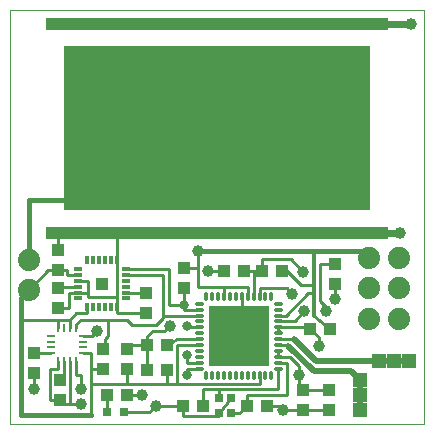
<source format=gtl>
G75*
%MOIN*%
%OFA0B0*%
%FSLAX25Y25*%
%IPPOS*%
%LPD*%
%AMOC8*
5,1,8,0,0,1.08239X$1,22.5*
%
%ADD10C,0.00000*%
%ADD11R,0.20472X0.20472*%
%ADD12C,0.01181*%
%ADD13R,0.04331X0.03937*%
%ADD14R,0.01102X0.02559*%
%ADD15R,0.02559X0.01102*%
%ADD16R,0.03937X0.04331*%
%ADD17R,0.01181X0.03150*%
%ADD18R,0.03150X0.01181*%
%ADD19R,0.03937X0.03937*%
%ADD20C,0.07400*%
%ADD21R,0.05000X0.05000*%
%ADD22R,1.14173X0.03937*%
%ADD23R,1.02362X0.55118*%
%ADD24R,0.03150X0.03150*%
%ADD25R,0.02600X0.03000*%
%ADD26C,0.01600*%
%ADD27C,0.01000*%
%ADD28C,0.01200*%
%ADD29C,0.03962*%
%ADD30C,0.02400*%
%ADD31C,0.02087*%
%ADD32C,0.03175*%
D10*
X0001000Y0006898D02*
X0001000Y0144693D01*
X0138795Y0144693D01*
X0138795Y0006898D01*
X0001000Y0006898D01*
D11*
X0077181Y0036031D03*
D12*
X0076197Y0023631D02*
X0076197Y0023631D01*
X0076197Y0022055D01*
X0076197Y0022055D01*
X0076197Y0023631D01*
X0076197Y0023235D02*
X0076197Y0023235D01*
X0078165Y0023631D02*
X0078165Y0023631D01*
X0078165Y0022055D01*
X0078165Y0022055D01*
X0078165Y0023631D01*
X0078165Y0023235D02*
X0078165Y0023235D01*
X0080134Y0023631D02*
X0080134Y0023631D01*
X0080134Y0022055D01*
X0080134Y0022055D01*
X0080134Y0023631D01*
X0080134Y0023235D02*
X0080134Y0023235D01*
X0082102Y0023631D02*
X0082102Y0023631D01*
X0082102Y0022055D01*
X0082102Y0022055D01*
X0082102Y0023631D01*
X0082102Y0023235D02*
X0082102Y0023235D01*
X0084071Y0023631D02*
X0084071Y0023631D01*
X0084071Y0022055D01*
X0084071Y0022055D01*
X0084071Y0023631D01*
X0084071Y0023235D02*
X0084071Y0023235D01*
X0086039Y0023631D02*
X0086039Y0023631D01*
X0086039Y0022055D01*
X0086039Y0022055D01*
X0086039Y0023631D01*
X0086039Y0023235D02*
X0086039Y0023235D01*
X0088008Y0023631D02*
X0088008Y0023631D01*
X0088008Y0022055D01*
X0088008Y0022055D01*
X0088008Y0023631D01*
X0088008Y0023235D02*
X0088008Y0023235D01*
X0089582Y0025205D02*
X0089582Y0025205D01*
X0091158Y0025205D01*
X0091158Y0025205D01*
X0089582Y0025205D01*
X0089582Y0027173D02*
X0089582Y0027173D01*
X0091158Y0027173D01*
X0091158Y0027173D01*
X0089582Y0027173D01*
X0089582Y0029142D02*
X0089582Y0029142D01*
X0091158Y0029142D01*
X0091158Y0029142D01*
X0089582Y0029142D01*
X0089582Y0031110D02*
X0089582Y0031110D01*
X0091158Y0031110D01*
X0091158Y0031110D01*
X0089582Y0031110D01*
X0089582Y0033079D02*
X0089582Y0033079D01*
X0091158Y0033079D01*
X0091158Y0033079D01*
X0089582Y0033079D01*
X0089582Y0035047D02*
X0089582Y0035047D01*
X0091158Y0035047D01*
X0091158Y0035047D01*
X0089582Y0035047D01*
X0089582Y0037016D02*
X0089582Y0037016D01*
X0091158Y0037016D01*
X0091158Y0037016D01*
X0089582Y0037016D01*
X0089582Y0038984D02*
X0089582Y0038984D01*
X0091158Y0038984D01*
X0091158Y0038984D01*
X0089582Y0038984D01*
X0089582Y0040953D02*
X0089582Y0040953D01*
X0091158Y0040953D01*
X0091158Y0040953D01*
X0089582Y0040953D01*
X0089582Y0042921D02*
X0089582Y0042921D01*
X0091158Y0042921D01*
X0091158Y0042921D01*
X0089582Y0042921D01*
X0089582Y0044890D02*
X0089582Y0044890D01*
X0091158Y0044890D01*
X0091158Y0044890D01*
X0089582Y0044890D01*
X0089582Y0046858D02*
X0089582Y0046858D01*
X0091158Y0046858D01*
X0091158Y0046858D01*
X0089582Y0046858D01*
X0088008Y0048432D02*
X0088008Y0048432D01*
X0088008Y0050008D01*
X0088008Y0050008D01*
X0088008Y0048432D01*
X0088008Y0049612D02*
X0088008Y0049612D01*
X0086039Y0048432D02*
X0086039Y0048432D01*
X0086039Y0050008D01*
X0086039Y0050008D01*
X0086039Y0048432D01*
X0086039Y0049612D02*
X0086039Y0049612D01*
X0084071Y0048432D02*
X0084071Y0048432D01*
X0084071Y0050008D01*
X0084071Y0050008D01*
X0084071Y0048432D01*
X0084071Y0049612D02*
X0084071Y0049612D01*
X0082102Y0048432D02*
X0082102Y0048432D01*
X0082102Y0050008D01*
X0082102Y0050008D01*
X0082102Y0048432D01*
X0082102Y0049612D02*
X0082102Y0049612D01*
X0080134Y0050008D02*
X0080134Y0050008D01*
X0080134Y0048432D01*
X0080134Y0048432D01*
X0080134Y0050008D01*
X0080134Y0049612D02*
X0080134Y0049612D01*
X0078165Y0050008D02*
X0078165Y0050008D01*
X0078165Y0048432D01*
X0078165Y0048432D01*
X0078165Y0050008D01*
X0078165Y0049612D02*
X0078165Y0049612D01*
X0076197Y0050008D02*
X0076197Y0050008D01*
X0076197Y0048432D01*
X0076197Y0048432D01*
X0076197Y0050008D01*
X0076197Y0049612D02*
X0076197Y0049612D01*
X0074228Y0050008D02*
X0074228Y0050008D01*
X0074228Y0048432D01*
X0074228Y0048432D01*
X0074228Y0050008D01*
X0074228Y0049612D02*
X0074228Y0049612D01*
X0072260Y0048432D02*
X0072260Y0048432D01*
X0072260Y0050008D01*
X0072260Y0050008D01*
X0072260Y0048432D01*
X0072260Y0049612D02*
X0072260Y0049612D01*
X0070291Y0048432D02*
X0070291Y0048432D01*
X0070291Y0050008D01*
X0070291Y0050008D01*
X0070291Y0048432D01*
X0070291Y0049612D02*
X0070291Y0049612D01*
X0068323Y0048432D02*
X0068323Y0048432D01*
X0068323Y0050008D01*
X0068323Y0050008D01*
X0068323Y0048432D01*
X0068323Y0049612D02*
X0068323Y0049612D01*
X0066354Y0048432D02*
X0066354Y0048432D01*
X0066354Y0050008D01*
X0066354Y0050008D01*
X0066354Y0048432D01*
X0066354Y0049612D02*
X0066354Y0049612D01*
X0064780Y0046858D02*
X0064780Y0046858D01*
X0063204Y0046858D01*
X0063204Y0046858D01*
X0064780Y0046858D01*
X0064780Y0044890D02*
X0064780Y0044890D01*
X0063204Y0044890D01*
X0063204Y0044890D01*
X0064780Y0044890D01*
X0064780Y0042921D02*
X0064780Y0042921D01*
X0063204Y0042921D01*
X0063204Y0042921D01*
X0064780Y0042921D01*
X0064780Y0040953D02*
X0064780Y0040953D01*
X0063204Y0040953D01*
X0063204Y0040953D01*
X0064780Y0040953D01*
X0064780Y0038984D02*
X0064780Y0038984D01*
X0063204Y0038984D01*
X0063204Y0038984D01*
X0064780Y0038984D01*
X0064780Y0037016D02*
X0064780Y0037016D01*
X0063204Y0037016D01*
X0063204Y0037016D01*
X0064780Y0037016D01*
X0064780Y0035047D02*
X0064780Y0035047D01*
X0063204Y0035047D01*
X0063204Y0035047D01*
X0064780Y0035047D01*
X0064780Y0033079D02*
X0064780Y0033079D01*
X0063204Y0033079D01*
X0063204Y0033079D01*
X0064780Y0033079D01*
X0064780Y0031110D02*
X0064780Y0031110D01*
X0063204Y0031110D01*
X0063204Y0031110D01*
X0064780Y0031110D01*
X0064780Y0029142D02*
X0064780Y0029142D01*
X0063204Y0029142D01*
X0063204Y0029142D01*
X0064780Y0029142D01*
X0064780Y0027173D02*
X0064780Y0027173D01*
X0063204Y0027173D01*
X0063204Y0027173D01*
X0064780Y0027173D01*
X0064780Y0025205D02*
X0064780Y0025205D01*
X0063204Y0025205D01*
X0063204Y0025205D01*
X0064780Y0025205D01*
X0066354Y0023631D02*
X0066354Y0023631D01*
X0066354Y0022055D01*
X0066354Y0022055D01*
X0066354Y0023631D01*
X0066354Y0023235D02*
X0066354Y0023235D01*
X0068323Y0023631D02*
X0068323Y0023631D01*
X0068323Y0022055D01*
X0068323Y0022055D01*
X0068323Y0023631D01*
X0068323Y0023235D02*
X0068323Y0023235D01*
X0070291Y0023631D02*
X0070291Y0023631D01*
X0070291Y0022055D01*
X0070291Y0022055D01*
X0070291Y0023631D01*
X0070291Y0023235D02*
X0070291Y0023235D01*
X0072260Y0023631D02*
X0072260Y0023631D01*
X0072260Y0022055D01*
X0072260Y0022055D01*
X0072260Y0023631D01*
X0072260Y0023235D02*
X0072260Y0023235D01*
X0074228Y0023631D02*
X0074228Y0023631D01*
X0074228Y0022055D01*
X0074228Y0022055D01*
X0074228Y0023631D01*
X0074228Y0023235D02*
X0074228Y0023235D01*
D13*
X0079740Y0012803D03*
X0086433Y0012803D03*
X0065173Y0012803D03*
X0058480Y0012803D03*
X0053362Y0024811D03*
X0046669Y0024811D03*
X0046669Y0033079D03*
X0053362Y0033079D03*
X0039780Y0016346D03*
X0033087Y0016346D03*
X0072063Y0057882D03*
X0078756Y0057882D03*
X0084858Y0057882D03*
X0091551Y0057882D03*
X0109268Y0060047D03*
X0109268Y0053354D03*
X0107693Y0038591D03*
X0101000Y0038591D03*
D14*
X0022850Y0038669D03*
X0020882Y0038669D03*
X0018913Y0038669D03*
X0016945Y0038669D03*
X0016945Y0027882D03*
X0018913Y0027882D03*
X0020882Y0027882D03*
X0022850Y0027882D03*
D15*
X0025291Y0030323D03*
X0025291Y0032291D03*
X0025291Y0034260D03*
X0025291Y0036228D03*
X0014504Y0036228D03*
X0014504Y0034260D03*
X0014504Y0032291D03*
X0014504Y0030323D03*
D16*
X0008874Y0030520D03*
X0008874Y0023827D03*
X0017535Y0021465D03*
X0017535Y0014772D03*
X0031906Y0025008D03*
X0031906Y0031701D03*
X0039976Y0031701D03*
X0039976Y0025008D03*
X0046079Y0043906D03*
X0046079Y0050598D03*
X0058874Y0052173D03*
X0058874Y0058866D03*
X0016945Y0058079D03*
X0016945Y0052173D03*
X0016945Y0045480D03*
X0016945Y0064772D03*
X0098441Y0018118D03*
X0098441Y0011425D03*
X0107102Y0011425D03*
X0107102Y0018118D03*
D17*
X0036433Y0045677D03*
X0034465Y0045677D03*
X0032496Y0045677D03*
X0030528Y0045677D03*
X0028559Y0045677D03*
X0026591Y0045677D03*
X0026591Y0061425D03*
X0028559Y0061425D03*
X0030528Y0061425D03*
X0032496Y0061425D03*
X0034465Y0061425D03*
X0036433Y0061425D03*
D18*
X0039386Y0058472D03*
X0039386Y0056504D03*
X0039386Y0054535D03*
X0039386Y0052567D03*
X0039386Y0050598D03*
X0039386Y0048630D03*
X0023638Y0048630D03*
X0023638Y0050598D03*
X0023638Y0052567D03*
X0023638Y0054535D03*
X0023638Y0056504D03*
X0023638Y0058472D03*
D19*
X0031512Y0053551D03*
D20*
X0007102Y0051425D03*
X0007102Y0061425D03*
X0120488Y0062016D03*
X0130488Y0062016D03*
X0130488Y0051976D03*
X0120488Y0051976D03*
X0120488Y0041937D03*
X0130488Y0041937D03*
D21*
X0128756Y0027764D03*
X0123756Y0027764D03*
X0117535Y0021543D03*
X0117535Y0016543D03*
X0117535Y0011543D03*
X0133756Y0027764D03*
D22*
X0069898Y0070480D03*
X0069898Y0140165D03*
D23*
X0069898Y0105323D03*
D24*
X0038992Y0010835D03*
X0033087Y0010835D03*
D25*
X0070457Y0010400D03*
X0074457Y0010400D03*
X0074457Y0015600D03*
X0070457Y0015600D03*
D26*
X0027772Y0009850D02*
X0004543Y0009850D01*
X0004543Y0041346D01*
X0004543Y0048866D01*
X0007102Y0051425D01*
X0007102Y0061425D02*
X0007102Y0081504D01*
X0069898Y0081504D01*
X0069898Y0105323D01*
X0069898Y0070480D02*
X0049819Y0070480D01*
X0063402Y0064575D02*
X0102378Y0064575D01*
X0117929Y0064575D01*
X0120488Y0062016D01*
D27*
X0130724Y0070480D02*
X0036433Y0070087D01*
X0036433Y0070480D01*
X0016945Y0070480D01*
X0016945Y0064772D01*
X0016945Y0058079D02*
X0013598Y0058079D01*
X0007102Y0051386D01*
X0007102Y0051425D01*
X0016945Y0052173D02*
X0017142Y0052567D01*
X0023638Y0052567D01*
X0023638Y0054535D02*
X0026787Y0054535D01*
X0026787Y0050598D01*
X0026787Y0049024D01*
X0036433Y0049024D01*
X0036433Y0061425D01*
X0036433Y0070087D01*
X0039386Y0058472D02*
X0053953Y0058472D01*
X0053953Y0046465D01*
X0058874Y0046465D01*
X0058874Y0044890D01*
X0063992Y0044890D01*
X0063992Y0042921D02*
X0051787Y0042921D01*
X0051787Y0042134D01*
X0049425Y0039772D01*
X0041551Y0039772D01*
X0039780Y0041543D01*
X0033677Y0041543D01*
X0033677Y0036228D01*
X0032693Y0035244D01*
X0032693Y0031701D01*
X0031906Y0031701D01*
X0027772Y0030323D02*
X0027772Y0025008D01*
X0031906Y0025008D01*
X0027772Y0025008D02*
X0027772Y0020087D01*
X0039976Y0020087D01*
X0053362Y0020087D01*
X0056709Y0020087D01*
X0084071Y0020087D01*
X0084071Y0022843D01*
X0079740Y0016346D02*
X0093323Y0016346D01*
X0093323Y0027173D01*
X0090370Y0027173D01*
X0090370Y0025205D02*
X0090370Y0018315D01*
X0070488Y0018315D01*
X0070457Y0018283D01*
X0070457Y0015600D01*
X0070488Y0018315D02*
X0065173Y0018315D01*
X0065173Y0012803D01*
X0070457Y0010400D02*
X0070488Y0010441D01*
X0070488Y0009457D01*
X0058480Y0009457D01*
X0058480Y0012803D01*
X0049425Y0012803D01*
X0047260Y0010835D01*
X0038992Y0010835D01*
X0039780Y0016346D02*
X0044898Y0016346D01*
X0039976Y0020087D02*
X0039976Y0025008D01*
X0039976Y0031701D02*
X0039976Y0033079D01*
X0046669Y0033079D01*
X0046669Y0036031D01*
X0048441Y0037803D01*
X0052378Y0037803D01*
X0054150Y0039575D01*
X0051787Y0042921D02*
X0051787Y0056504D01*
X0039386Y0056504D01*
X0039386Y0050598D02*
X0046079Y0050598D01*
X0046866Y0051189D01*
X0046079Y0043906D02*
X0036433Y0043906D01*
X0036433Y0045677D01*
X0036433Y0049024D01*
X0033677Y0041543D02*
X0024425Y0041543D01*
X0022850Y0039969D01*
X0022850Y0038669D01*
X0020882Y0038669D02*
X0020882Y0041346D01*
X0023047Y0043709D01*
X0026591Y0043709D01*
X0026591Y0045677D01*
X0026787Y0050598D02*
X0023638Y0050598D01*
X0020685Y0050598D01*
X0020685Y0045480D01*
X0016945Y0045480D01*
X0016945Y0041346D02*
X0004543Y0041346D01*
X0008874Y0030520D02*
X0009268Y0030520D01*
X0008874Y0030520D02*
X0014504Y0030323D01*
X0016945Y0027882D02*
X0016945Y0025008D01*
X0014189Y0025008D01*
X0014189Y0014772D01*
X0017535Y0014772D01*
X0018913Y0015953D01*
X0017535Y0014772D02*
X0017929Y0013591D01*
X0020882Y0013591D01*
X0020882Y0027882D01*
X0018913Y0027882D02*
X0018913Y0020874D01*
X0017535Y0021465D01*
X0022850Y0023039D02*
X0024622Y0023039D01*
X0024622Y0018512D01*
X0027772Y0020087D02*
X0027772Y0009850D01*
X0024622Y0013591D02*
X0020882Y0013591D01*
X0022850Y0023039D02*
X0022850Y0027882D01*
X0025291Y0030323D02*
X0027772Y0030323D01*
X0028165Y0036228D02*
X0025291Y0036228D01*
X0028165Y0036228D02*
X0029740Y0037803D01*
X0020882Y0041346D02*
X0016945Y0041346D01*
X0016945Y0038669D01*
X0008874Y0023827D02*
X0008874Y0018512D01*
X0033087Y0016346D02*
X0033087Y0010835D01*
X0046669Y0024811D02*
X0046669Y0033079D01*
X0053362Y0033079D02*
X0056512Y0035047D01*
X0063992Y0035047D01*
X0063992Y0033079D02*
X0056709Y0033079D01*
X0056709Y0020087D01*
X0059858Y0023236D02*
X0059858Y0025205D01*
X0063992Y0025205D01*
X0063992Y0027173D02*
X0059858Y0027173D01*
X0059858Y0029929D01*
X0053362Y0024811D02*
X0053362Y0020087D01*
X0070488Y0010441D02*
X0074457Y0015600D01*
X0074457Y0010400D02*
X0077337Y0010400D01*
X0079740Y0012803D01*
X0079740Y0016346D01*
X0086433Y0012803D02*
X0090370Y0012803D01*
X0091748Y0011425D01*
X0098441Y0011425D01*
X0098638Y0011228D01*
X0098441Y0011425D02*
X0107102Y0011425D01*
X0107102Y0018118D02*
X0098441Y0018118D01*
X0097063Y0017724D01*
X0097063Y0023236D01*
X0097063Y0026189D01*
X0094110Y0029142D01*
X0090370Y0029142D01*
X0090370Y0031110D01*
X0090370Y0033079D02*
X0093323Y0033079D01*
X0093717Y0032685D01*
X0095685Y0035047D02*
X0090370Y0035047D01*
X0090370Y0037016D02*
X0090370Y0038984D01*
X0101197Y0038984D01*
X0101000Y0038591D01*
X0103953Y0035835D01*
X0103953Y0032882D01*
X0107693Y0038591D02*
X0102378Y0042921D01*
X0099031Y0044299D02*
X0095882Y0040953D01*
X0090370Y0040953D01*
X0090370Y0042921D02*
X0092732Y0042921D01*
X0100213Y0050402D01*
X0102181Y0050402D01*
X0102378Y0050205D01*
X0104150Y0047843D02*
X0106315Y0045677D01*
X0106315Y0044299D01*
X0104150Y0047843D02*
X0104150Y0060047D01*
X0109268Y0060047D01*
X0109268Y0053354D02*
X0109268Y0048433D01*
X0102378Y0053551D02*
X0101984Y0053157D01*
X0097850Y0053157D01*
X0093126Y0057882D01*
X0091551Y0057882D01*
X0094504Y0061819D02*
X0098638Y0057488D01*
X0094504Y0061819D02*
X0084858Y0061819D01*
X0084858Y0057882D01*
X0082102Y0057882D01*
X0082102Y0049220D01*
X0084071Y0049220D02*
X0084071Y0051976D01*
X0093126Y0051976D01*
X0094898Y0050205D01*
X0084858Y0057882D02*
X0078756Y0057882D01*
X0080134Y0052567D02*
X0072260Y0052567D01*
X0063402Y0052567D01*
X0063402Y0058866D01*
X0058874Y0058866D01*
X0063402Y0058866D02*
X0063402Y0064575D01*
X0066945Y0057882D02*
X0072063Y0057882D01*
X0072260Y0052567D02*
X0072260Y0049220D01*
X0078165Y0049220D02*
X0078165Y0036031D01*
X0077181Y0036031D01*
X0063992Y0038984D02*
X0060449Y0038984D01*
X0059858Y0039575D01*
X0058874Y0046465D02*
X0058874Y0052173D01*
X0080134Y0052567D02*
X0080134Y0049220D01*
X0084858Y0057882D02*
X0084858Y0058079D01*
X0090370Y0038984D02*
X0090567Y0037016D01*
X0117535Y0021543D02*
X0117535Y0021465D01*
X0023638Y0056504D02*
X0019898Y0056504D01*
X0019898Y0058079D01*
X0016945Y0058079D01*
D28*
X0102378Y0053551D02*
X0102378Y0050205D01*
X0102378Y0042921D01*
X0102378Y0053551D02*
X0102378Y0064575D01*
D29*
X0098638Y0057488D03*
X0094898Y0050205D03*
X0099031Y0044299D03*
X0106315Y0044299D03*
X0109268Y0048433D03*
X0103953Y0032882D03*
X0097063Y0023236D03*
X0091748Y0011425D03*
X0077181Y0036031D03*
X0066945Y0057882D03*
X0063402Y0064575D03*
X0054150Y0039575D03*
X0044898Y0016346D03*
X0049425Y0012803D03*
X0029740Y0037803D03*
X0024622Y0018512D03*
X0024622Y0013591D03*
X0008874Y0018512D03*
X0130921Y0070480D03*
X0134465Y0140165D03*
D30*
X0069898Y0140165D01*
X0069898Y0070480D02*
X0130724Y0070480D01*
X0130921Y0070480D01*
D31*
X0095685Y0035047D02*
X0102969Y0027764D01*
X0123756Y0027764D01*
X0128756Y0027764D01*
X0133756Y0027764D01*
X0117535Y0021465D02*
X0117535Y0016543D01*
X0117535Y0011543D01*
X0117535Y0021465D02*
X0114386Y0024417D01*
X0102181Y0024417D01*
X0093717Y0032685D01*
D32*
X0059858Y0029929D03*
X0059858Y0023236D03*
X0059858Y0039575D03*
X0058874Y0046465D03*
M02*

</source>
